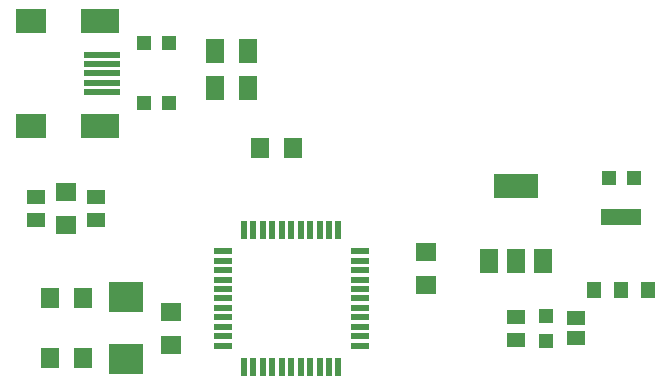
<source format=gtp>
G75*
%MOIN*%
%OFA0B0*%
%FSLAX24Y24*%
%IPPOS*%
%LPD*%
%AMOC8*
5,1,8,0,0,1.08239X$1,22.5*
%
%ADD10R,0.0472X0.0472*%
%ADD11R,0.0591X0.0512*%
%ADD12R,0.0709X0.0630*%
%ADD13R,0.0472X0.0551*%
%ADD14R,0.1378X0.0551*%
%ADD15R,0.0197X0.0591*%
%ADD16R,0.0591X0.0197*%
%ADD17R,0.0630X0.0709*%
%ADD18R,0.0710X0.0630*%
%ADD19R,0.0630X0.0512*%
%ADD20R,0.1181X0.0984*%
%ADD21R,0.0984X0.0787*%
%ADD22R,0.1299X0.0787*%
%ADD23R,0.1220X0.0197*%
%ADD24R,0.0630X0.0787*%
%ADD25R,0.0590X0.0790*%
%ADD26R,0.1500X0.0790*%
D10*
X007687Y013462D03*
X008513Y013462D03*
X008513Y015462D03*
X007687Y015462D03*
X021100Y006376D03*
X021100Y005549D03*
X023187Y010962D03*
X024013Y010962D03*
D11*
X022100Y006297D03*
X022100Y005628D03*
X020100Y005588D03*
X020100Y006337D03*
D12*
X017100Y007411D03*
X017100Y008514D03*
X005100Y009411D03*
X005100Y010514D03*
D13*
X022690Y007242D03*
X023600Y007242D03*
X024510Y007242D03*
D14*
X023600Y009683D03*
D15*
X014175Y009246D03*
X013860Y009246D03*
X013545Y009246D03*
X013230Y009246D03*
X012915Y009246D03*
X012600Y009246D03*
X012285Y009246D03*
X011970Y009246D03*
X011655Y009246D03*
X011340Y009246D03*
X011025Y009246D03*
X011025Y004679D03*
X011340Y004679D03*
X011655Y004679D03*
X011970Y004679D03*
X012285Y004679D03*
X012600Y004679D03*
X012915Y004679D03*
X013230Y004679D03*
X013545Y004679D03*
X013860Y004679D03*
X014175Y004679D03*
D16*
X014883Y005388D03*
X014883Y005703D03*
X014883Y006018D03*
X014883Y006333D03*
X014883Y006648D03*
X014883Y006962D03*
X014883Y007277D03*
X014883Y007592D03*
X014883Y007907D03*
X014883Y008222D03*
X014883Y008537D03*
X010317Y008537D03*
X010317Y008222D03*
X010317Y007907D03*
X010317Y007592D03*
X010317Y007277D03*
X010317Y006962D03*
X010317Y006648D03*
X010317Y006333D03*
X010317Y006018D03*
X010317Y005703D03*
X010317Y005388D03*
D17*
X004549Y004962D03*
X005651Y004962D03*
X005651Y006962D03*
X004549Y006962D03*
X011549Y011962D03*
X012651Y011962D03*
D18*
X008600Y006522D03*
X008600Y005403D03*
D19*
X006100Y009588D03*
X006100Y010337D03*
X004100Y010337D03*
X004100Y009588D03*
D20*
X007100Y007012D03*
X007100Y004953D03*
D21*
X003919Y012711D03*
X003919Y016214D03*
D22*
X006242Y016214D03*
X006242Y012711D03*
D23*
X006281Y013833D03*
X006281Y014148D03*
X006281Y014462D03*
X006281Y014777D03*
X006281Y015092D03*
D24*
X010049Y015212D03*
X011151Y015212D03*
X011151Y013962D03*
X010049Y013962D03*
D25*
X019210Y008222D03*
X020110Y008222D03*
X021010Y008222D03*
D26*
X020100Y010702D03*
M02*

</source>
